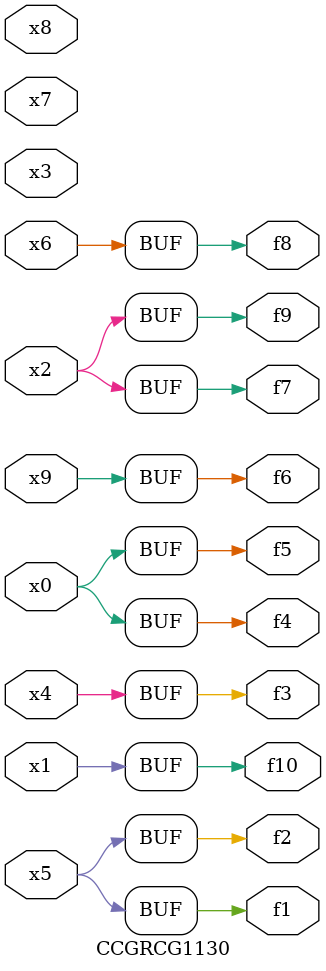
<source format=v>
module CCGRCG1130(
	input x0, x1, x2, x3, x4, x5, x6, x7, x8, x9,
	output f1, f2, f3, f4, f5, f6, f7, f8, f9, f10
);
	assign f1 = x5;
	assign f2 = x5;
	assign f3 = x4;
	assign f4 = x0;
	assign f5 = x0;
	assign f6 = x9;
	assign f7 = x2;
	assign f8 = x6;
	assign f9 = x2;
	assign f10 = x1;
endmodule

</source>
